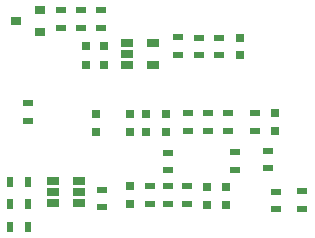
<source format=gbp>
%TF.GenerationSoftware,KiCad,Pcbnew,4.0.7*%
%TF.CreationDate,2017-12-01T19:39:18+08:00*%
%TF.ProjectId,ST-Link V2.1,53542D4C696E6B2056322E312E6B6963,rev?*%
%TF.FileFunction,Paste,Bot*%
%FSLAX46Y46*%
G04 Gerber Fmt 4.6, Leading zero omitted, Abs format (unit mm)*
G04 Created by KiCad (PCBNEW 4.0.7) date 12/01/17 19:39:18*
%MOMM*%
%LPD*%
G01*
G04 APERTURE LIST*
%ADD10C,0.100000*%
%ADD11R,0.900000X0.500000*%
%ADD12R,0.750000X0.800000*%
%ADD13R,1.060000X0.650000*%
%ADD14R,0.500000X0.900000*%
%ADD15R,0.900000X0.800000*%
%ADD16R,0.800000X0.750000*%
G04 APERTURE END LIST*
D10*
D11*
X14365000Y-14890000D03*
X14365000Y-16390000D03*
X22800000Y-16210000D03*
X22800000Y-14710000D03*
X20020000Y-14820000D03*
X20020000Y-16320000D03*
X16970000Y-6650000D03*
X16970000Y-5150000D03*
X16021600Y-13040000D03*
X16021600Y-11540000D03*
D12*
X17620000Y-17770000D03*
X17620000Y-19270000D03*
X23362200Y-13040000D03*
X23362200Y-11540000D03*
X20400000Y-6650000D03*
X20400000Y-5150000D03*
X14192800Y-13099400D03*
X14192800Y-11599400D03*
D11*
X8770000Y-19500000D03*
X8770000Y-18000000D03*
X25680912Y-18146150D03*
X25680912Y-19646150D03*
X23523600Y-19677000D03*
X23523600Y-18177000D03*
D13*
X4570000Y-19170000D03*
X4570000Y-18220000D03*
X4570000Y-17270000D03*
X6770000Y-17270000D03*
X6770000Y-19170000D03*
X6770000Y-18220000D03*
D11*
X18690000Y-5150000D03*
X18690000Y-6650000D03*
X17748800Y-11540000D03*
X17748800Y-13040000D03*
X19399800Y-13040000D03*
X19399800Y-11540000D03*
X21730000Y-11540000D03*
X21730000Y-13040000D03*
X8636200Y-2813400D03*
X8636200Y-4313400D03*
X15180000Y-5080000D03*
X15180000Y-6580000D03*
X5283400Y-4313400D03*
X5283400Y-2813400D03*
X6959800Y-2813400D03*
X6959800Y-4313400D03*
X2470200Y-10700000D03*
X2470200Y-12200000D03*
D14*
X2500000Y-21175000D03*
X1000000Y-21175000D03*
X2500000Y-17400000D03*
X1000000Y-17400000D03*
X2500000Y-19200000D03*
X1000000Y-19200000D03*
D11*
X14365000Y-17710400D03*
X14365000Y-19210400D03*
X15965200Y-17710400D03*
X15965200Y-19210400D03*
X12790200Y-17735800D03*
X12790200Y-19235800D03*
D15*
X3500000Y-2800000D03*
X3500000Y-4700000D03*
X1500000Y-3750000D03*
D12*
X12490000Y-13110000D03*
X12490000Y-11610000D03*
D16*
X8892600Y-5837600D03*
X7392600Y-5837600D03*
D12*
X11110000Y-11600000D03*
X11110000Y-13100000D03*
X8250000Y-13110000D03*
X8250000Y-11610000D03*
X11113800Y-19210400D03*
X11113800Y-17710400D03*
X19240000Y-17770000D03*
X19240000Y-19270000D03*
D16*
X8892600Y-7437800D03*
X7392600Y-7437800D03*
D13*
X10880000Y-7480000D03*
X10880000Y-6530000D03*
X10880000Y-5580000D03*
X13080000Y-5580000D03*
X13080000Y-7480000D03*
M02*

</source>
